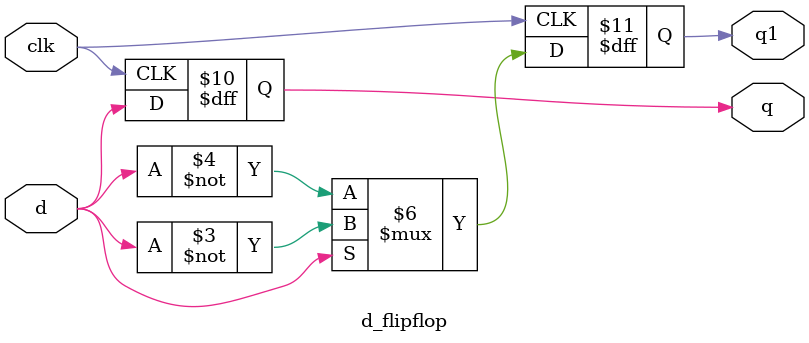
<source format=v>
`timescale 1ns / 1ps

module d_flipflop(
    input clk,
    input d,
    output q,
    output q1
    );
	reg q,q1;
	
	always@(posedge clk) begin
		if(d == 1'b1) begin
			q = d;
			q1 = ~d;
		end
		else begin
			q = d;
			q1 = ~d;
		end
	end
	
endmodule

</source>
